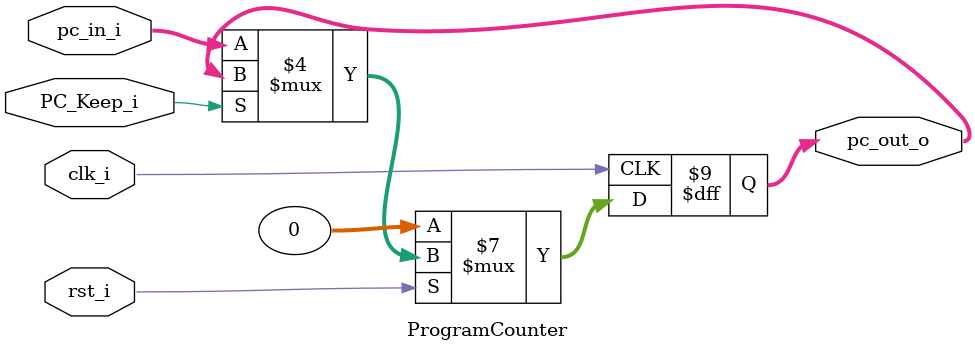
<source format=v>

module ProgramCounter(
    clk_i,
	rst_i,
	PC_Keep_i,
	pc_in_i,
	pc_out_o
	);
     
//I/O ports
input           clk_i;
input	           rst_i;
input           PC_Keep_i;
input  [32-1:0] pc_in_i;
output [32-1:0] pc_out_o;
 
//Internal Signals
reg    [32-1:0] pc_out_o;
  
//Main function
always @(posedge clk_i) begin
    if(~rst_i)
	    pc_out_o <= 0;
	else if(PC_Keep_i)
		pc_out_o <= pc_out_o;
	else
	    pc_out_o <= pc_in_i;
end

endmodule
</source>
